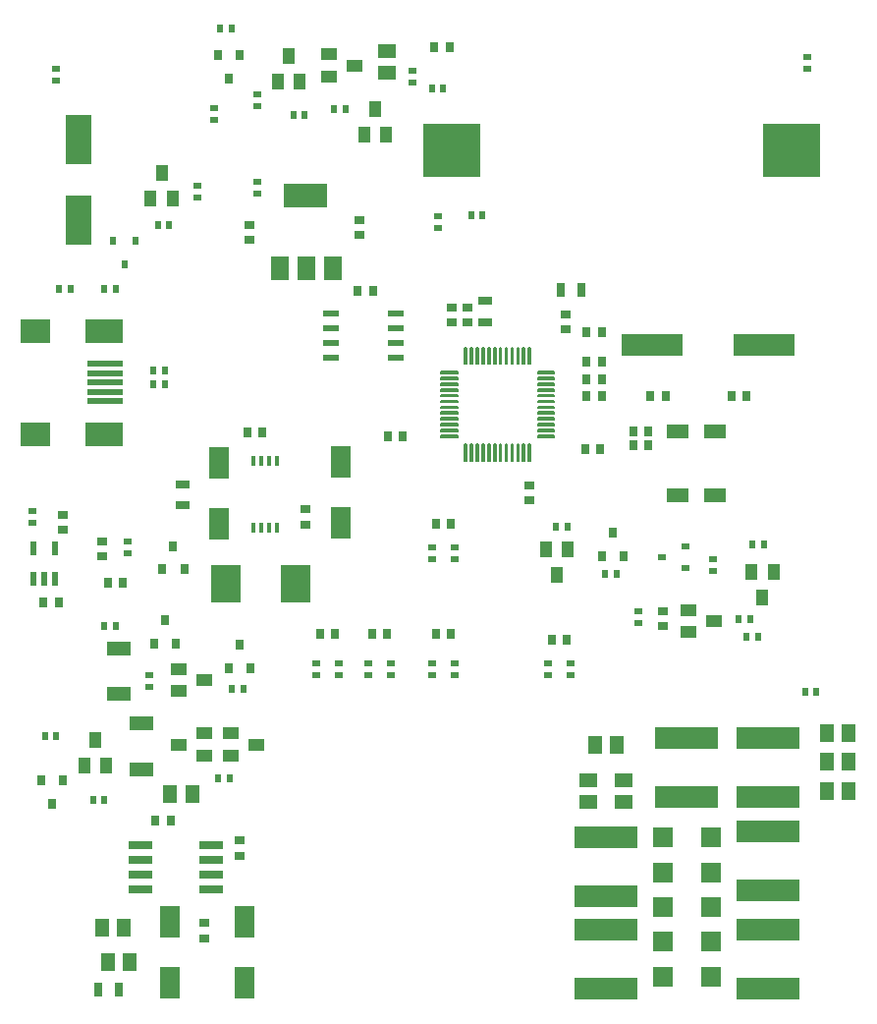
<source format=gbr>
G04 EAGLE Gerber RS-274X export*
G75*
%MOMM*%
%FSLAX34Y34*%
%LPD*%
%INSolderpaste Top*%
%IPPOS*%
%AMOC8*
5,1,8,0,0,1.08239X$1,22.5*%
G01*
%ADD10R,0.900000X0.700000*%
%ADD11R,1.800000X2.750000*%
%ADD12R,5.500000X1.850000*%
%ADD13R,0.700000X0.900000*%
%ADD14R,1.800000X1.700000*%
%ADD15R,2.100000X1.270000*%
%ADD16R,0.700000X0.600000*%
%ADD17R,0.600000X0.700000*%
%ADD18R,1.498600X2.006600*%
%ADD19R,3.810000X2.006600*%
%ADD20R,0.800000X1.200000*%
%ADD21R,2.500000X3.250000*%
%ADD22R,1.200000X0.800000*%
%ADD23R,1.000000X1.400000*%
%ADD24R,5.334000X1.930400*%
%ADD25R,1.900000X1.300000*%
%ADD26R,1.300000X1.500000*%
%ADD27R,1.500000X1.300000*%
%ADD28R,2.200000X4.200000*%
%ADD29R,0.800000X0.900000*%
%ADD30R,1.400000X1.000000*%
%ADD31R,0.558800X1.270000*%
%ADD32R,2.032000X0.660400*%
%ADD33R,0.350000X0.900000*%
%ADD34R,1.422400X0.533400*%
%ADD35C,0.140000*%
%ADD36R,2.500000X2.000000*%
%ADD37R,3.300000X2.000000*%
%ADD38R,3.100000X0.500000*%
%ADD39R,5.000000X4.600000*%


D10*
X47200Y415200D03*
X47200Y428200D03*
D11*
X139600Y77250D03*
X139600Y24750D03*
D10*
X169300Y76300D03*
X169300Y63300D03*
D12*
X655000Y155500D03*
X655000Y104500D03*
X655000Y184500D03*
X655000Y235500D03*
D10*
X564300Y344800D03*
X564300Y331800D03*
D12*
X655000Y70500D03*
X655000Y19500D03*
X585000Y184500D03*
X585000Y235500D03*
D13*
X126700Y164300D03*
X139700Y164300D03*
D10*
X199700Y134200D03*
X199700Y147200D03*
D13*
X43300Y352200D03*
X30300Y352200D03*
D10*
X255700Y419700D03*
X255700Y432700D03*
D11*
X286400Y421350D03*
X286400Y473850D03*
X181400Y420250D03*
X181400Y472750D03*
D13*
X206200Y499300D03*
X219200Y499300D03*
D10*
X302800Y681800D03*
X302800Y668800D03*
X207800Y677600D03*
X207800Y664600D03*
X480700Y587700D03*
X480700Y600700D03*
D13*
X498500Y585000D03*
X511500Y585000D03*
X314300Y620700D03*
X301300Y620700D03*
X497200Y484300D03*
X510200Y484300D03*
X85700Y369300D03*
X98700Y369300D03*
D10*
X395700Y593500D03*
X395700Y606500D03*
D13*
X339800Y495700D03*
X326800Y495700D03*
D10*
X449300Y453300D03*
X449300Y440300D03*
X382200Y593500D03*
X382200Y606500D03*
D13*
X498500Y545000D03*
X511500Y545000D03*
X498500Y560000D03*
X511500Y560000D03*
X498500Y530000D03*
X511500Y530000D03*
X636500Y530000D03*
X623500Y530000D03*
X551500Y487500D03*
X538500Y487500D03*
X380300Y830700D03*
X367300Y830700D03*
D10*
X80700Y392200D03*
X80700Y405200D03*
D13*
X551500Y500000D03*
X538500Y500000D03*
X553500Y530000D03*
X566500Y530000D03*
X368500Y325000D03*
X381500Y325000D03*
X268500Y325000D03*
X281500Y325000D03*
X468500Y320000D03*
X481500Y320000D03*
X368500Y420000D03*
X381500Y420000D03*
X313500Y325000D03*
X326500Y325000D03*
D12*
X515000Y19500D03*
X515000Y70500D03*
X515000Y99500D03*
X515000Y150500D03*
D11*
X203600Y77250D03*
X203600Y24750D03*
D14*
X605500Y30000D03*
X564500Y30000D03*
D15*
X94900Y313000D03*
X94900Y273400D03*
D16*
X583700Y382100D03*
X583700Y401100D03*
X563700Y391600D03*
D17*
X109500Y663700D03*
X90500Y663700D03*
X100000Y643700D03*
D14*
X564500Y60000D03*
X605500Y60000D03*
X605500Y90000D03*
X564500Y90000D03*
X564500Y120000D03*
X605500Y120000D03*
X605500Y150000D03*
X564500Y150000D03*
D15*
X115100Y208500D03*
X115100Y248100D03*
D18*
X233694Y640104D03*
X256554Y640104D03*
X279414Y640104D03*
D19*
X256300Y703096D03*
D20*
X77100Y18600D03*
X95100Y18600D03*
D21*
X247600Y368400D03*
X187600Y368400D03*
D22*
X411400Y594000D03*
X411400Y612000D03*
D20*
X494100Y621400D03*
X476100Y621400D03*
D23*
X650200Y356500D03*
X640700Y378500D03*
X659700Y378500D03*
D24*
X555340Y573900D03*
X651860Y573900D03*
D25*
X576800Y499600D03*
X576800Y444600D03*
X608800Y444600D03*
X608800Y499600D03*
D16*
X20800Y430800D03*
X20800Y420800D03*
D17*
X641700Y402300D03*
X651700Y402300D03*
D16*
X102600Y404800D03*
X102600Y394800D03*
D26*
X99500Y72400D03*
X80500Y72400D03*
X724500Y240000D03*
X705500Y240000D03*
X705500Y215000D03*
X724500Y215000D03*
X724500Y190000D03*
X705500Y190000D03*
D17*
X696700Y275400D03*
X686700Y275400D03*
X72800Y182300D03*
X82800Y182300D03*
X646100Y322700D03*
X636100Y322700D03*
D16*
X542700Y335000D03*
X542700Y345000D03*
D17*
X192500Y277600D03*
X202500Y277600D03*
X191100Y201200D03*
X181100Y201200D03*
D26*
X158400Y187700D03*
X139400Y187700D03*
D17*
X82600Y332400D03*
X92600Y332400D03*
X182200Y847300D03*
X192200Y847300D03*
D16*
X215000Y705000D03*
X215000Y715000D03*
X177700Y768300D03*
X177700Y778300D03*
D17*
X255600Y772700D03*
X245600Y772700D03*
D16*
X215000Y790300D03*
X215000Y780300D03*
X607300Y389500D03*
X607300Y379500D03*
D17*
X53400Y622700D03*
X43400Y622700D03*
D16*
X121200Y279500D03*
X121200Y289500D03*
D17*
X524200Y377400D03*
X514200Y377400D03*
X471900Y417600D03*
X481900Y417600D03*
X82700Y622300D03*
X92700Y622300D03*
X408900Y686200D03*
X398900Y686200D03*
D16*
X162600Y711500D03*
X162600Y701500D03*
D17*
X128800Y677300D03*
X138800Y677300D03*
D16*
X688800Y822200D03*
X688800Y812200D03*
X41200Y802200D03*
X41200Y812200D03*
D17*
X135000Y552500D03*
X125000Y552500D03*
X41400Y237400D03*
X31400Y237400D03*
X135000Y540000D03*
X125000Y540000D03*
X290400Y777400D03*
X280400Y777400D03*
D16*
X348800Y810500D03*
X348800Y800500D03*
X370000Y675000D03*
X370000Y685000D03*
D27*
X326200Y808800D03*
X326200Y827800D03*
D17*
X365000Y795000D03*
X375000Y795000D03*
D16*
X365000Y300000D03*
X365000Y290000D03*
X265000Y300000D03*
X265000Y290000D03*
X465000Y300000D03*
X465000Y290000D03*
X365000Y400000D03*
X365000Y390000D03*
D26*
X524500Y230000D03*
X505500Y230000D03*
D16*
X310000Y300000D03*
X310000Y290000D03*
X385000Y300000D03*
X385000Y290000D03*
X285000Y300000D03*
X285000Y290000D03*
X485000Y300000D03*
X485000Y290000D03*
X385000Y400000D03*
X385000Y390000D03*
X330000Y300000D03*
X330000Y290000D03*
D27*
X500000Y180500D03*
X500000Y199500D03*
X530000Y180500D03*
X530000Y199500D03*
D17*
X639400Y337700D03*
X629400Y337700D03*
D26*
X104500Y42400D03*
X85500Y42400D03*
D28*
X60800Y751600D03*
X60800Y681600D03*
D29*
X190100Y295900D03*
X209100Y295900D03*
X199600Y315900D03*
X199500Y824100D03*
X180500Y824100D03*
X190000Y804100D03*
D23*
X241500Y823500D03*
X251000Y801500D03*
X232000Y801500D03*
D29*
X511500Y392500D03*
X530500Y392500D03*
X521000Y412500D03*
D23*
X472800Y376500D03*
X463300Y398500D03*
X482300Y398500D03*
X132200Y722400D03*
X141700Y700400D03*
X122700Y700400D03*
D30*
X298500Y815000D03*
X276500Y805500D03*
X276500Y824500D03*
D23*
X316000Y777400D03*
X325500Y755400D03*
X306500Y755400D03*
D30*
X168500Y285600D03*
X146500Y276100D03*
X146500Y295100D03*
D29*
X132700Y380900D03*
X151700Y380900D03*
X142200Y400900D03*
X125300Y316900D03*
X144300Y316900D03*
X134800Y336900D03*
X47100Y199100D03*
X28100Y199100D03*
X37600Y179100D03*
D23*
X75100Y233500D03*
X84600Y211500D03*
X65600Y211500D03*
D30*
X608500Y336200D03*
X586500Y326700D03*
X586500Y345700D03*
X213500Y230000D03*
X191500Y220500D03*
X191500Y239500D03*
X146500Y230000D03*
X168500Y239500D03*
X168500Y220500D03*
D31*
X21702Y373046D03*
X31100Y373046D03*
X40498Y373046D03*
X40498Y398954D03*
X21702Y398954D03*
D32*
X174934Y105550D03*
X113466Y105550D03*
X174934Y118250D03*
X174934Y130950D03*
X113466Y118250D03*
X113466Y130950D03*
X174934Y143650D03*
X113466Y143650D03*
D33*
X231150Y474550D03*
X224650Y474550D03*
X218150Y474550D03*
X211650Y474550D03*
X211650Y417050D03*
X218150Y417050D03*
X224650Y417050D03*
X231150Y417050D03*
D34*
X278160Y600950D03*
X278160Y588250D03*
X278160Y575550D03*
X278160Y562850D03*
X334040Y562850D03*
X334040Y575550D03*
X334040Y588250D03*
X334040Y600950D03*
D35*
X456500Y496300D02*
X456500Y494900D01*
X456500Y496300D02*
X470700Y496300D01*
X470700Y494900D01*
X456500Y494900D01*
X456500Y496230D02*
X470700Y496230D01*
X456500Y499900D02*
X456500Y501300D01*
X470700Y501300D01*
X470700Y499900D01*
X456500Y499900D01*
X456500Y501230D02*
X470700Y501230D01*
X456500Y504900D02*
X456500Y506300D01*
X470700Y506300D01*
X470700Y504900D01*
X456500Y504900D01*
X456500Y506230D02*
X470700Y506230D01*
X456500Y509900D02*
X456500Y511300D01*
X470700Y511300D01*
X470700Y509900D01*
X456500Y509900D01*
X456500Y511230D02*
X470700Y511230D01*
X456500Y514900D02*
X456500Y516300D01*
X470700Y516300D01*
X470700Y514900D01*
X456500Y514900D01*
X456500Y516230D02*
X470700Y516230D01*
X456500Y519900D02*
X456500Y521300D01*
X470700Y521300D01*
X470700Y519900D01*
X456500Y519900D01*
X456500Y521230D02*
X470700Y521230D01*
X456500Y524900D02*
X456500Y526300D01*
X470700Y526300D01*
X470700Y524900D01*
X456500Y524900D01*
X456500Y526230D02*
X470700Y526230D01*
X456500Y529900D02*
X456500Y531300D01*
X470700Y531300D01*
X470700Y529900D01*
X456500Y529900D01*
X456500Y531230D02*
X470700Y531230D01*
X456500Y534900D02*
X456500Y536300D01*
X470700Y536300D01*
X470700Y534900D01*
X456500Y534900D01*
X456500Y536230D02*
X470700Y536230D01*
X456500Y539900D02*
X456500Y541300D01*
X470700Y541300D01*
X470700Y539900D01*
X456500Y539900D01*
X456500Y541230D02*
X470700Y541230D01*
X456500Y544900D02*
X456500Y546300D01*
X470700Y546300D01*
X470700Y544900D01*
X456500Y544900D01*
X456500Y546230D02*
X470700Y546230D01*
X456500Y549900D02*
X456500Y551300D01*
X470700Y551300D01*
X470700Y549900D01*
X456500Y549900D01*
X456500Y551230D02*
X470700Y551230D01*
X450000Y572000D02*
X448600Y572000D01*
X450000Y572000D02*
X450000Y557800D01*
X448600Y557800D01*
X448600Y572000D01*
X448600Y559130D02*
X450000Y559130D01*
X450000Y560460D02*
X448600Y560460D01*
X448600Y561790D02*
X450000Y561790D01*
X450000Y563120D02*
X448600Y563120D01*
X448600Y564450D02*
X450000Y564450D01*
X450000Y565780D02*
X448600Y565780D01*
X448600Y567110D02*
X450000Y567110D01*
X450000Y568440D02*
X448600Y568440D01*
X448600Y569770D02*
X450000Y569770D01*
X450000Y571100D02*
X448600Y571100D01*
X445000Y572000D02*
X443600Y572000D01*
X445000Y572000D02*
X445000Y557800D01*
X443600Y557800D01*
X443600Y572000D01*
X443600Y559130D02*
X445000Y559130D01*
X445000Y560460D02*
X443600Y560460D01*
X443600Y561790D02*
X445000Y561790D01*
X445000Y563120D02*
X443600Y563120D01*
X443600Y564450D02*
X445000Y564450D01*
X445000Y565780D02*
X443600Y565780D01*
X443600Y567110D02*
X445000Y567110D01*
X445000Y568440D02*
X443600Y568440D01*
X443600Y569770D02*
X445000Y569770D01*
X445000Y571100D02*
X443600Y571100D01*
X440000Y572000D02*
X438600Y572000D01*
X440000Y572000D02*
X440000Y557800D01*
X438600Y557800D01*
X438600Y572000D01*
X438600Y559130D02*
X440000Y559130D01*
X440000Y560460D02*
X438600Y560460D01*
X438600Y561790D02*
X440000Y561790D01*
X440000Y563120D02*
X438600Y563120D01*
X438600Y564450D02*
X440000Y564450D01*
X440000Y565780D02*
X438600Y565780D01*
X438600Y567110D02*
X440000Y567110D01*
X440000Y568440D02*
X438600Y568440D01*
X438600Y569770D02*
X440000Y569770D01*
X440000Y571100D02*
X438600Y571100D01*
X435000Y572000D02*
X433600Y572000D01*
X435000Y572000D02*
X435000Y557800D01*
X433600Y557800D01*
X433600Y572000D01*
X433600Y559130D02*
X435000Y559130D01*
X435000Y560460D02*
X433600Y560460D01*
X433600Y561790D02*
X435000Y561790D01*
X435000Y563120D02*
X433600Y563120D01*
X433600Y564450D02*
X435000Y564450D01*
X435000Y565780D02*
X433600Y565780D01*
X433600Y567110D02*
X435000Y567110D01*
X435000Y568440D02*
X433600Y568440D01*
X433600Y569770D02*
X435000Y569770D01*
X435000Y571100D02*
X433600Y571100D01*
X430000Y572000D02*
X428600Y572000D01*
X430000Y572000D02*
X430000Y557800D01*
X428600Y557800D01*
X428600Y572000D01*
X428600Y559130D02*
X430000Y559130D01*
X430000Y560460D02*
X428600Y560460D01*
X428600Y561790D02*
X430000Y561790D01*
X430000Y563120D02*
X428600Y563120D01*
X428600Y564450D02*
X430000Y564450D01*
X430000Y565780D02*
X428600Y565780D01*
X428600Y567110D02*
X430000Y567110D01*
X430000Y568440D02*
X428600Y568440D01*
X428600Y569770D02*
X430000Y569770D01*
X430000Y571100D02*
X428600Y571100D01*
X425000Y572000D02*
X423600Y572000D01*
X425000Y572000D02*
X425000Y557800D01*
X423600Y557800D01*
X423600Y572000D01*
X423600Y559130D02*
X425000Y559130D01*
X425000Y560460D02*
X423600Y560460D01*
X423600Y561790D02*
X425000Y561790D01*
X425000Y563120D02*
X423600Y563120D01*
X423600Y564450D02*
X425000Y564450D01*
X425000Y565780D02*
X423600Y565780D01*
X423600Y567110D02*
X425000Y567110D01*
X425000Y568440D02*
X423600Y568440D01*
X423600Y569770D02*
X425000Y569770D01*
X425000Y571100D02*
X423600Y571100D01*
X420000Y572000D02*
X418600Y572000D01*
X420000Y572000D02*
X420000Y557800D01*
X418600Y557800D01*
X418600Y572000D01*
X418600Y559130D02*
X420000Y559130D01*
X420000Y560460D02*
X418600Y560460D01*
X418600Y561790D02*
X420000Y561790D01*
X420000Y563120D02*
X418600Y563120D01*
X418600Y564450D02*
X420000Y564450D01*
X420000Y565780D02*
X418600Y565780D01*
X418600Y567110D02*
X420000Y567110D01*
X420000Y568440D02*
X418600Y568440D01*
X418600Y569770D02*
X420000Y569770D01*
X420000Y571100D02*
X418600Y571100D01*
X415000Y572000D02*
X413600Y572000D01*
X415000Y572000D02*
X415000Y557800D01*
X413600Y557800D01*
X413600Y572000D01*
X413600Y559130D02*
X415000Y559130D01*
X415000Y560460D02*
X413600Y560460D01*
X413600Y561790D02*
X415000Y561790D01*
X415000Y563120D02*
X413600Y563120D01*
X413600Y564450D02*
X415000Y564450D01*
X415000Y565780D02*
X413600Y565780D01*
X413600Y567110D02*
X415000Y567110D01*
X415000Y568440D02*
X413600Y568440D01*
X413600Y569770D02*
X415000Y569770D01*
X415000Y571100D02*
X413600Y571100D01*
X410000Y572000D02*
X408600Y572000D01*
X410000Y572000D02*
X410000Y557800D01*
X408600Y557800D01*
X408600Y572000D01*
X408600Y559130D02*
X410000Y559130D01*
X410000Y560460D02*
X408600Y560460D01*
X408600Y561790D02*
X410000Y561790D01*
X410000Y563120D02*
X408600Y563120D01*
X408600Y564450D02*
X410000Y564450D01*
X410000Y565780D02*
X408600Y565780D01*
X408600Y567110D02*
X410000Y567110D01*
X410000Y568440D02*
X408600Y568440D01*
X408600Y569770D02*
X410000Y569770D01*
X410000Y571100D02*
X408600Y571100D01*
X405000Y572000D02*
X403600Y572000D01*
X405000Y572000D02*
X405000Y557800D01*
X403600Y557800D01*
X403600Y572000D01*
X403600Y559130D02*
X405000Y559130D01*
X405000Y560460D02*
X403600Y560460D01*
X403600Y561790D02*
X405000Y561790D01*
X405000Y563120D02*
X403600Y563120D01*
X403600Y564450D02*
X405000Y564450D01*
X405000Y565780D02*
X403600Y565780D01*
X403600Y567110D02*
X405000Y567110D01*
X405000Y568440D02*
X403600Y568440D01*
X403600Y569770D02*
X405000Y569770D01*
X405000Y571100D02*
X403600Y571100D01*
X400000Y572000D02*
X398600Y572000D01*
X400000Y572000D02*
X400000Y557800D01*
X398600Y557800D01*
X398600Y572000D01*
X398600Y559130D02*
X400000Y559130D01*
X400000Y560460D02*
X398600Y560460D01*
X398600Y561790D02*
X400000Y561790D01*
X400000Y563120D02*
X398600Y563120D01*
X398600Y564450D02*
X400000Y564450D01*
X400000Y565780D02*
X398600Y565780D01*
X398600Y567110D02*
X400000Y567110D01*
X400000Y568440D02*
X398600Y568440D01*
X398600Y569770D02*
X400000Y569770D01*
X400000Y571100D02*
X398600Y571100D01*
X395000Y572000D02*
X393600Y572000D01*
X395000Y572000D02*
X395000Y557800D01*
X393600Y557800D01*
X393600Y572000D01*
X393600Y559130D02*
X395000Y559130D01*
X395000Y560460D02*
X393600Y560460D01*
X393600Y561790D02*
X395000Y561790D01*
X395000Y563120D02*
X393600Y563120D01*
X393600Y564450D02*
X395000Y564450D01*
X395000Y565780D02*
X393600Y565780D01*
X393600Y567110D02*
X395000Y567110D01*
X395000Y568440D02*
X393600Y568440D01*
X393600Y569770D02*
X395000Y569770D01*
X395000Y571100D02*
X393600Y571100D01*
X372900Y551300D02*
X372900Y549900D01*
X372900Y551300D02*
X387100Y551300D01*
X387100Y549900D01*
X372900Y549900D01*
X372900Y551230D02*
X387100Y551230D01*
X372900Y546300D02*
X372900Y544900D01*
X372900Y546300D02*
X387100Y546300D01*
X387100Y544900D01*
X372900Y544900D01*
X372900Y546230D02*
X387100Y546230D01*
X372900Y541300D02*
X372900Y539900D01*
X372900Y541300D02*
X387100Y541300D01*
X387100Y539900D01*
X372900Y539900D01*
X372900Y541230D02*
X387100Y541230D01*
X372900Y536300D02*
X372900Y534900D01*
X372900Y536300D02*
X387100Y536300D01*
X387100Y534900D01*
X372900Y534900D01*
X372900Y536230D02*
X387100Y536230D01*
X372900Y531300D02*
X372900Y529900D01*
X372900Y531300D02*
X387100Y531300D01*
X387100Y529900D01*
X372900Y529900D01*
X372900Y531230D02*
X387100Y531230D01*
X372900Y526300D02*
X372900Y524900D01*
X372900Y526300D02*
X387100Y526300D01*
X387100Y524900D01*
X372900Y524900D01*
X372900Y526230D02*
X387100Y526230D01*
X372900Y521300D02*
X372900Y519900D01*
X372900Y521300D02*
X387100Y521300D01*
X387100Y519900D01*
X372900Y519900D01*
X372900Y521230D02*
X387100Y521230D01*
X372900Y516300D02*
X372900Y514900D01*
X372900Y516300D02*
X387100Y516300D01*
X387100Y514900D01*
X372900Y514900D01*
X372900Y516230D02*
X387100Y516230D01*
X372900Y511300D02*
X372900Y509900D01*
X372900Y511300D02*
X387100Y511300D01*
X387100Y509900D01*
X372900Y509900D01*
X372900Y511230D02*
X387100Y511230D01*
X372900Y506300D02*
X372900Y504900D01*
X372900Y506300D02*
X387100Y506300D01*
X387100Y504900D01*
X372900Y504900D01*
X372900Y506230D02*
X387100Y506230D01*
X372900Y501300D02*
X372900Y499900D01*
X372900Y501300D02*
X387100Y501300D01*
X387100Y499900D01*
X372900Y499900D01*
X372900Y501230D02*
X387100Y501230D01*
X372900Y496300D02*
X372900Y494900D01*
X372900Y496300D02*
X387100Y496300D01*
X387100Y494900D01*
X372900Y494900D01*
X372900Y496230D02*
X387100Y496230D01*
X393600Y488400D02*
X395000Y488400D01*
X395000Y474200D01*
X393600Y474200D01*
X393600Y488400D01*
X393600Y475530D02*
X395000Y475530D01*
X395000Y476860D02*
X393600Y476860D01*
X393600Y478190D02*
X395000Y478190D01*
X395000Y479520D02*
X393600Y479520D01*
X393600Y480850D02*
X395000Y480850D01*
X395000Y482180D02*
X393600Y482180D01*
X393600Y483510D02*
X395000Y483510D01*
X395000Y484840D02*
X393600Y484840D01*
X393600Y486170D02*
X395000Y486170D01*
X395000Y487500D02*
X393600Y487500D01*
X398600Y488400D02*
X400000Y488400D01*
X400000Y474200D01*
X398600Y474200D01*
X398600Y488400D01*
X398600Y475530D02*
X400000Y475530D01*
X400000Y476860D02*
X398600Y476860D01*
X398600Y478190D02*
X400000Y478190D01*
X400000Y479520D02*
X398600Y479520D01*
X398600Y480850D02*
X400000Y480850D01*
X400000Y482180D02*
X398600Y482180D01*
X398600Y483510D02*
X400000Y483510D01*
X400000Y484840D02*
X398600Y484840D01*
X398600Y486170D02*
X400000Y486170D01*
X400000Y487500D02*
X398600Y487500D01*
X403600Y488400D02*
X405000Y488400D01*
X405000Y474200D01*
X403600Y474200D01*
X403600Y488400D01*
X403600Y475530D02*
X405000Y475530D01*
X405000Y476860D02*
X403600Y476860D01*
X403600Y478190D02*
X405000Y478190D01*
X405000Y479520D02*
X403600Y479520D01*
X403600Y480850D02*
X405000Y480850D01*
X405000Y482180D02*
X403600Y482180D01*
X403600Y483510D02*
X405000Y483510D01*
X405000Y484840D02*
X403600Y484840D01*
X403600Y486170D02*
X405000Y486170D01*
X405000Y487500D02*
X403600Y487500D01*
X408600Y488400D02*
X410000Y488400D01*
X410000Y474200D01*
X408600Y474200D01*
X408600Y488400D01*
X408600Y475530D02*
X410000Y475530D01*
X410000Y476860D02*
X408600Y476860D01*
X408600Y478190D02*
X410000Y478190D01*
X410000Y479520D02*
X408600Y479520D01*
X408600Y480850D02*
X410000Y480850D01*
X410000Y482180D02*
X408600Y482180D01*
X408600Y483510D02*
X410000Y483510D01*
X410000Y484840D02*
X408600Y484840D01*
X408600Y486170D02*
X410000Y486170D01*
X410000Y487500D02*
X408600Y487500D01*
X413600Y488400D02*
X415000Y488400D01*
X415000Y474200D01*
X413600Y474200D01*
X413600Y488400D01*
X413600Y475530D02*
X415000Y475530D01*
X415000Y476860D02*
X413600Y476860D01*
X413600Y478190D02*
X415000Y478190D01*
X415000Y479520D02*
X413600Y479520D01*
X413600Y480850D02*
X415000Y480850D01*
X415000Y482180D02*
X413600Y482180D01*
X413600Y483510D02*
X415000Y483510D01*
X415000Y484840D02*
X413600Y484840D01*
X413600Y486170D02*
X415000Y486170D01*
X415000Y487500D02*
X413600Y487500D01*
X418600Y488400D02*
X420000Y488400D01*
X420000Y474200D01*
X418600Y474200D01*
X418600Y488400D01*
X418600Y475530D02*
X420000Y475530D01*
X420000Y476860D02*
X418600Y476860D01*
X418600Y478190D02*
X420000Y478190D01*
X420000Y479520D02*
X418600Y479520D01*
X418600Y480850D02*
X420000Y480850D01*
X420000Y482180D02*
X418600Y482180D01*
X418600Y483510D02*
X420000Y483510D01*
X420000Y484840D02*
X418600Y484840D01*
X418600Y486170D02*
X420000Y486170D01*
X420000Y487500D02*
X418600Y487500D01*
X423600Y488400D02*
X425000Y488400D01*
X425000Y474200D01*
X423600Y474200D01*
X423600Y488400D01*
X423600Y475530D02*
X425000Y475530D01*
X425000Y476860D02*
X423600Y476860D01*
X423600Y478190D02*
X425000Y478190D01*
X425000Y479520D02*
X423600Y479520D01*
X423600Y480850D02*
X425000Y480850D01*
X425000Y482180D02*
X423600Y482180D01*
X423600Y483510D02*
X425000Y483510D01*
X425000Y484840D02*
X423600Y484840D01*
X423600Y486170D02*
X425000Y486170D01*
X425000Y487500D02*
X423600Y487500D01*
X428600Y488400D02*
X430000Y488400D01*
X430000Y474200D01*
X428600Y474200D01*
X428600Y488400D01*
X428600Y475530D02*
X430000Y475530D01*
X430000Y476860D02*
X428600Y476860D01*
X428600Y478190D02*
X430000Y478190D01*
X430000Y479520D02*
X428600Y479520D01*
X428600Y480850D02*
X430000Y480850D01*
X430000Y482180D02*
X428600Y482180D01*
X428600Y483510D02*
X430000Y483510D01*
X430000Y484840D02*
X428600Y484840D01*
X428600Y486170D02*
X430000Y486170D01*
X430000Y487500D02*
X428600Y487500D01*
X433600Y488400D02*
X435000Y488400D01*
X435000Y474200D01*
X433600Y474200D01*
X433600Y488400D01*
X433600Y475530D02*
X435000Y475530D01*
X435000Y476860D02*
X433600Y476860D01*
X433600Y478190D02*
X435000Y478190D01*
X435000Y479520D02*
X433600Y479520D01*
X433600Y480850D02*
X435000Y480850D01*
X435000Y482180D02*
X433600Y482180D01*
X433600Y483510D02*
X435000Y483510D01*
X435000Y484840D02*
X433600Y484840D01*
X433600Y486170D02*
X435000Y486170D01*
X435000Y487500D02*
X433600Y487500D01*
X438600Y488400D02*
X440000Y488400D01*
X440000Y474200D01*
X438600Y474200D01*
X438600Y488400D01*
X438600Y475530D02*
X440000Y475530D01*
X440000Y476860D02*
X438600Y476860D01*
X438600Y478190D02*
X440000Y478190D01*
X440000Y479520D02*
X438600Y479520D01*
X438600Y480850D02*
X440000Y480850D01*
X440000Y482180D02*
X438600Y482180D01*
X438600Y483510D02*
X440000Y483510D01*
X440000Y484840D02*
X438600Y484840D01*
X438600Y486170D02*
X440000Y486170D01*
X440000Y487500D02*
X438600Y487500D01*
X443600Y488400D02*
X445000Y488400D01*
X445000Y474200D01*
X443600Y474200D01*
X443600Y488400D01*
X443600Y475530D02*
X445000Y475530D01*
X445000Y476860D02*
X443600Y476860D01*
X443600Y478190D02*
X445000Y478190D01*
X445000Y479520D02*
X443600Y479520D01*
X443600Y480850D02*
X445000Y480850D01*
X445000Y482180D02*
X443600Y482180D01*
X443600Y483510D02*
X445000Y483510D01*
X445000Y484840D02*
X443600Y484840D01*
X443600Y486170D02*
X445000Y486170D01*
X445000Y487500D02*
X443600Y487500D01*
X448600Y488400D02*
X450000Y488400D01*
X450000Y474200D01*
X448600Y474200D01*
X448600Y488400D01*
X448600Y475530D02*
X450000Y475530D01*
X450000Y476860D02*
X448600Y476860D01*
X448600Y478190D02*
X450000Y478190D01*
X450000Y479520D02*
X448600Y479520D01*
X448600Y480850D02*
X450000Y480850D01*
X450000Y482180D02*
X448600Y482180D01*
X448600Y483510D02*
X450000Y483510D01*
X450000Y484840D02*
X448600Y484840D01*
X448600Y486170D02*
X450000Y486170D01*
X450000Y487500D02*
X448600Y487500D01*
D36*
X23300Y497400D03*
X23300Y586400D03*
D37*
X82300Y497400D03*
X82300Y586400D03*
D38*
X83300Y557900D03*
X83300Y549900D03*
X83300Y541900D03*
X83300Y533900D03*
X83300Y525900D03*
D22*
X150000Y436000D03*
X150000Y454000D03*
D39*
X675000Y742000D03*
X382000Y742000D03*
M02*

</source>
